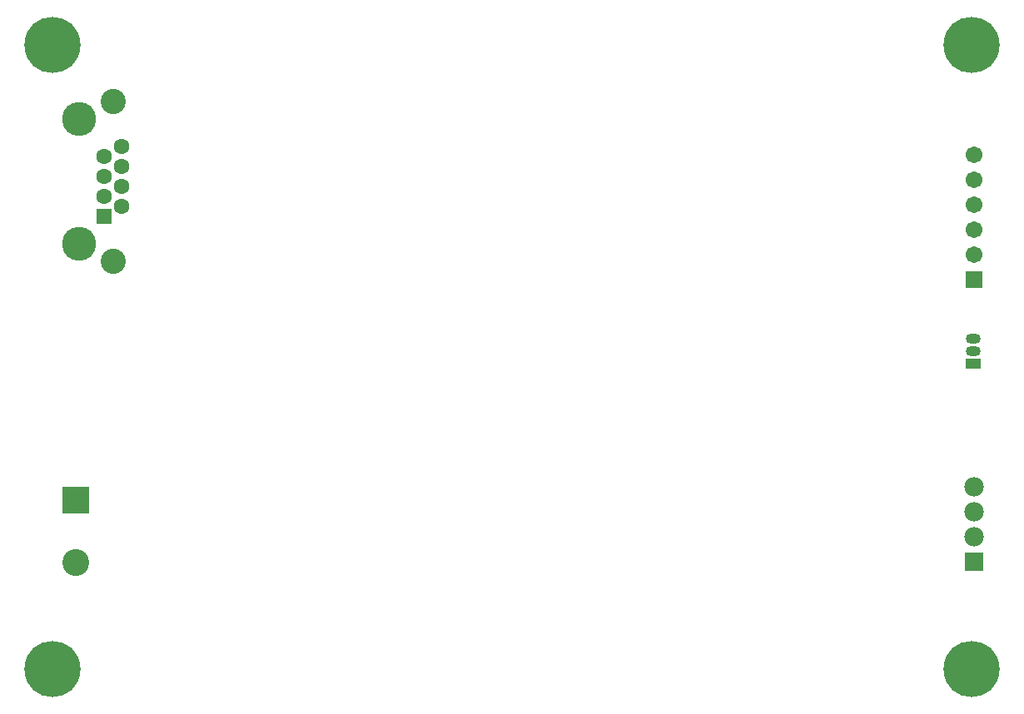
<source format=gbs>
G04*
G04 #@! TF.GenerationSoftware,Altium Limited,Altium Designer,24.1.2 (44)*
G04*
G04 Layer_Color=16711935*
%FSLAX44Y44*%
%MOMM*%
G71*
G04*
G04 #@! TF.SameCoordinates,BB806972-894B-4990-B732-A97902CF1386*
G04*
G04*
G04 #@! TF.FilePolarity,Negative*
G04*
G01*
G75*
%ADD119C,5.7032*%
%ADD120R,1.9812X1.9812*%
%ADD121C,1.9812*%
%ADD122O,1.5240X1.0160*%
%ADD123R,1.5240X1.0160*%
%ADD124C,1.7032*%
%ADD125R,1.7032X1.7032*%
%ADD126C,3.4532*%
%ADD127C,2.5582*%
%ADD128C,1.6012*%
%ADD129R,1.6012X1.6012*%
%ADD130C,2.7300*%
%ADD131R,2.7300X2.7300*%
D119*
X967500Y32500D02*
D03*
Y667500D02*
D03*
X32500D02*
D03*
Y32500D02*
D03*
D120*
X970000Y141900D02*
D03*
D121*
Y167300D02*
D03*
Y192700D02*
D03*
Y218100D02*
D03*
D122*
X968820Y368400D02*
D03*
Y355700D02*
D03*
D123*
Y343000D02*
D03*
D124*
X970000Y479600D02*
D03*
Y454200D02*
D03*
Y555800D02*
D03*
Y505000D02*
D03*
Y530400D02*
D03*
D125*
Y428800D02*
D03*
D126*
X59880Y465340D02*
D03*
Y592340D02*
D03*
D127*
X94180Y610140D02*
D03*
Y447540D02*
D03*
D128*
X103080Y564440D02*
D03*
Y544140D02*
D03*
Y523840D02*
D03*
Y503540D02*
D03*
X85280Y554240D02*
D03*
Y533940D02*
D03*
Y513640D02*
D03*
D129*
Y493340D02*
D03*
D130*
X56350Y140750D02*
D03*
D131*
Y204250D02*
D03*
M02*

</source>
